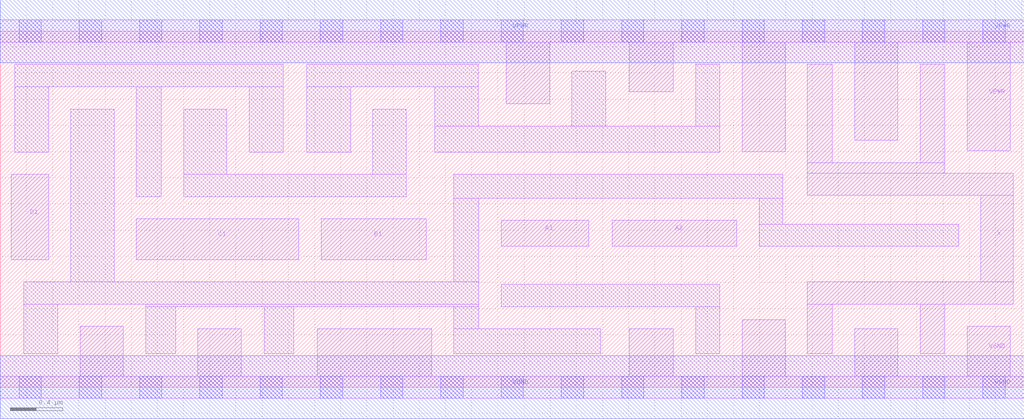
<source format=lef>
# Copyright 2020 The SkyWater PDK Authors
#
# Licensed under the Apache License, Version 2.0 (the "License");
# you may not use this file except in compliance with the License.
# You may obtain a copy of the License at
#
#     https://www.apache.org/licenses/LICENSE-2.0
#
# Unless required by applicable law or agreed to in writing, software
# distributed under the License is distributed on an "AS IS" BASIS,
# WITHOUT WARRANTIES OR CONDITIONS OF ANY KIND, either express or implied.
# See the License for the specific language governing permissions and
# limitations under the License.
#
# SPDX-License-Identifier: Apache-2.0

VERSION 5.7 ;
  NAMESCASESENSITIVE ON ;
  NOWIREEXTENSIONATPIN ON ;
  DIVIDERCHAR "/" ;
  BUSBITCHARS "[]" ;
UNITS
  DATABASE MICRONS 200 ;
END UNITS
MACRO sky130_fd_sc_hd__a2111o_4
  CLASS CORE ;
  SOURCE USER ;
  FOREIGN sky130_fd_sc_hd__a2111o_4 ;
  ORIGIN  0.000000  0.000000 ;
  SIZE  7.820000 BY  2.720000 ;
  SYMMETRY X Y R90 ;
  SITE unithd ;
  PIN A1
    ANTENNAGATEAREA  0.495000 ;
    DIRECTION INPUT ;
    USE SIGNAL ;
    PORT
      LAYER li1 ;
        RECT 3.825000 1.075000 4.495000 1.275000 ;
    END
  END A1
  PIN A2
    ANTENNAGATEAREA  0.495000 ;
    DIRECTION INPUT ;
    USE SIGNAL ;
    PORT
      LAYER li1 ;
        RECT 4.675000 1.075000 5.625000 1.275000 ;
    END
  END A2
  PIN B1
    ANTENNAGATEAREA  0.495000 ;
    DIRECTION INPUT ;
    USE SIGNAL ;
    PORT
      LAYER li1 ;
        RECT 2.450000 0.975000 3.255000 1.285000 ;
    END
  END B1
  PIN C1
    ANTENNAGATEAREA  0.495000 ;
    DIRECTION INPUT ;
    USE SIGNAL ;
    PORT
      LAYER li1 ;
        RECT 1.040000 0.975000 2.280000 1.285000 ;
    END
  END C1
  PIN D1
    ANTENNAGATEAREA  0.495000 ;
    DIRECTION INPUT ;
    USE SIGNAL ;
    PORT
      LAYER li1 ;
        RECT 0.085000 0.975000 0.370000 1.625000 ;
    END
  END D1
  PIN X
    ANTENNADIFFAREA  0.924000 ;
    DIRECTION OUTPUT ;
    USE SIGNAL ;
    PORT
      LAYER li1 ;
        RECT 6.165000 0.255000 6.355000 0.635000 ;
        RECT 6.165000 0.635000 7.735000 0.805000 ;
        RECT 6.165000 1.465000 7.735000 1.635000 ;
        RECT 6.165000 1.635000 7.215000 1.715000 ;
        RECT 6.165000 1.715000 6.355000 2.465000 ;
        RECT 7.025000 0.255000 7.215000 0.635000 ;
        RECT 7.025000 1.715000 7.215000 2.465000 ;
        RECT 7.490000 0.805000 7.735000 1.465000 ;
    END
  END X
  PIN VGND
    DIRECTION INOUT ;
    SHAPE ABUTMENT ;
    USE GROUND ;
    PORT
      LAYER li1 ;
        RECT 0.000000 -0.085000 7.820000 0.085000 ;
        RECT 0.610000  0.085000 0.940000 0.465000 ;
        RECT 1.510000  0.085000 1.840000 0.445000 ;
        RECT 2.420000  0.085000 3.295000 0.445000 ;
        RECT 4.805000  0.085000 5.140000 0.445000 ;
        RECT 5.665000  0.085000 5.995000 0.515000 ;
        RECT 6.525000  0.085000 6.855000 0.445000 ;
        RECT 7.385000  0.085000 7.715000 0.465000 ;
      LAYER mcon ;
        RECT 0.145000 -0.085000 0.315000 0.085000 ;
        RECT 0.605000 -0.085000 0.775000 0.085000 ;
        RECT 1.065000 -0.085000 1.235000 0.085000 ;
        RECT 1.525000 -0.085000 1.695000 0.085000 ;
        RECT 1.985000 -0.085000 2.155000 0.085000 ;
        RECT 2.445000 -0.085000 2.615000 0.085000 ;
        RECT 2.905000 -0.085000 3.075000 0.085000 ;
        RECT 3.365000 -0.085000 3.535000 0.085000 ;
        RECT 3.825000 -0.085000 3.995000 0.085000 ;
        RECT 4.285000 -0.085000 4.455000 0.085000 ;
        RECT 4.745000 -0.085000 4.915000 0.085000 ;
        RECT 5.205000 -0.085000 5.375000 0.085000 ;
        RECT 5.665000 -0.085000 5.835000 0.085000 ;
        RECT 6.125000 -0.085000 6.295000 0.085000 ;
        RECT 6.585000 -0.085000 6.755000 0.085000 ;
        RECT 7.045000 -0.085000 7.215000 0.085000 ;
        RECT 7.505000 -0.085000 7.675000 0.085000 ;
      LAYER met1 ;
        RECT 0.000000 -0.240000 7.820000 0.240000 ;
    END
  END VGND
  PIN VPWR
    DIRECTION INOUT ;
    SHAPE ABUTMENT ;
    USE POWER ;
    PORT
      LAYER li1 ;
        RECT 0.000000 2.635000 7.820000 2.805000 ;
        RECT 3.865000 2.165000 4.195000 2.635000 ;
        RECT 4.805000 2.255000 5.140000 2.635000 ;
        RECT 5.665000 1.800000 5.995000 2.635000 ;
        RECT 6.525000 1.885000 6.855000 2.635000 ;
        RECT 7.385000 1.805000 7.715000 2.635000 ;
      LAYER mcon ;
        RECT 0.145000 2.635000 0.315000 2.805000 ;
        RECT 0.605000 2.635000 0.775000 2.805000 ;
        RECT 1.065000 2.635000 1.235000 2.805000 ;
        RECT 1.525000 2.635000 1.695000 2.805000 ;
        RECT 1.985000 2.635000 2.155000 2.805000 ;
        RECT 2.445000 2.635000 2.615000 2.805000 ;
        RECT 2.905000 2.635000 3.075000 2.805000 ;
        RECT 3.365000 2.635000 3.535000 2.805000 ;
        RECT 3.825000 2.635000 3.995000 2.805000 ;
        RECT 4.285000 2.635000 4.455000 2.805000 ;
        RECT 4.745000 2.635000 4.915000 2.805000 ;
        RECT 5.205000 2.635000 5.375000 2.805000 ;
        RECT 5.665000 2.635000 5.835000 2.805000 ;
        RECT 6.125000 2.635000 6.295000 2.805000 ;
        RECT 6.585000 2.635000 6.755000 2.805000 ;
        RECT 7.045000 2.635000 7.215000 2.805000 ;
        RECT 7.505000 2.635000 7.675000 2.805000 ;
      LAYER met1 ;
        RECT 0.000000 2.480000 7.820000 2.960000 ;
    END
  END VPWR
  OBS
    LAYER li1 ;
      RECT 0.110000 1.795000 0.370000 2.295000 ;
      RECT 0.110000 2.295000 2.160000 2.465000 ;
      RECT 0.180000 0.255000 0.440000 0.635000 ;
      RECT 0.180000 0.635000 3.655000 0.805000 ;
      RECT 0.540000 0.805000 0.870000 2.125000 ;
      RECT 1.040000 1.455000 1.230000 2.295000 ;
      RECT 1.110000 0.255000 1.340000 0.615000 ;
      RECT 1.110000 0.615000 3.655000 0.635000 ;
      RECT 1.400000 1.455000 3.100000 1.625000 ;
      RECT 1.400000 1.625000 1.730000 2.125000 ;
      RECT 1.900000 1.795000 2.160000 2.295000 ;
      RECT 2.015000 0.255000 2.240000 0.615000 ;
      RECT 2.340000 1.795000 2.675000 2.295000 ;
      RECT 2.340000 2.295000 3.650000 2.465000 ;
      RECT 2.845000 1.625000 3.100000 2.125000 ;
      RECT 3.320000 1.795000 5.495000 1.995000 ;
      RECT 3.320000 1.995000 3.650000 2.295000 ;
      RECT 3.465000 0.255000 4.585000 0.445000 ;
      RECT 3.465000 0.445000 3.655000 0.615000 ;
      RECT 3.465000 0.805000 3.655000 1.445000 ;
      RECT 3.465000 1.445000 5.975000 1.625000 ;
      RECT 3.825000 0.615000 5.495000 0.785000 ;
      RECT 4.365000 1.995000 4.625000 2.415000 ;
      RECT 5.310000 0.255000 5.495000 0.615000 ;
      RECT 5.310000 1.995000 5.495000 2.465000 ;
      RECT 5.795000 1.075000 7.320000 1.245000 ;
      RECT 5.795000 1.245000 5.975000 1.445000 ;
  END
END sky130_fd_sc_hd__a2111o_4
END LIBRARY

</source>
